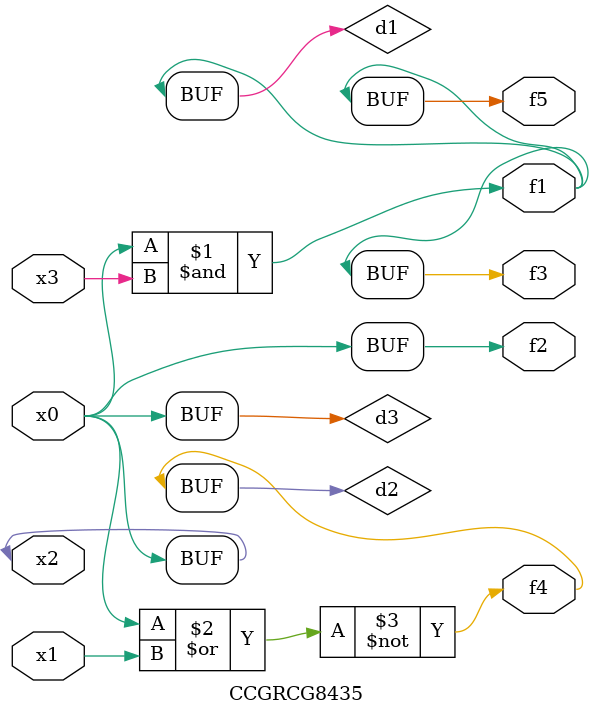
<source format=v>
module CCGRCG8435(
	input x0, x1, x2, x3,
	output f1, f2, f3, f4, f5
);

	wire d1, d2, d3;

	and (d1, x2, x3);
	nor (d2, x0, x1);
	buf (d3, x0, x2);
	assign f1 = d1;
	assign f2 = d3;
	assign f3 = d1;
	assign f4 = d2;
	assign f5 = d1;
endmodule

</source>
